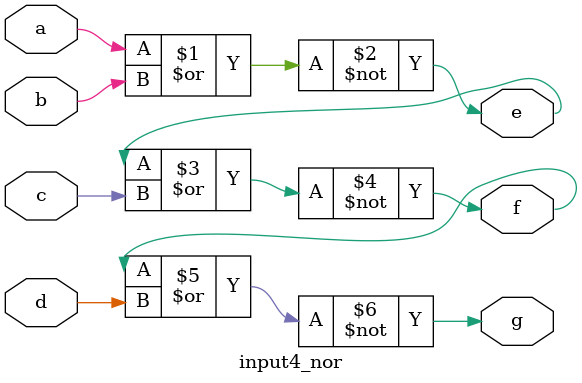
<source format=v>
`timescale 1ns / 1ps


module input4_nor(

input a,b,c,d,
output e,f,g
    );
    
    assign e = ~(a|b);
    assign f = ~(e|c);
    assign g = ~(f|d);
    
endmodule
</source>
